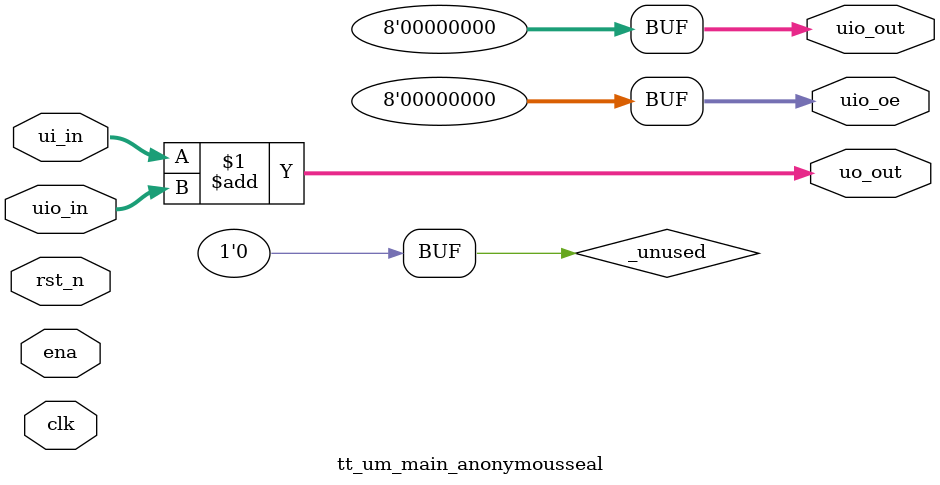
<source format=v>
/*
 * Copyright (c) 2024 Your Name
 * SPDX-License-Identifier: Apache-2.0
 */

`default_nettype none

module tt_um_main_anonymousseal (
    input  wire [7:0] ui_in,    // Dedicated inputs
    output wire [7:0] uo_out,   // Dedicated outputs
    input  wire [7:0] uio_in,   // IOs: Input path
    output wire [7:0] uio_out,  // IOs: Output path
    output wire [7:0] uio_oe,   // IOs: Enable path (active high: 0=input, 1=output)
    input  wire       ena,      // always 1 when the design is powered, so you can ignore it
    input  wire       clk,      // clock
    input  wire       rst_n     // reset_n - low to reset
);

  // All output pins must be assigned. If not used, assign to 0.
  assign uo_out  = ui_in + uio_in;  // Example: ou_out is the sum of ui_in and uio_in
  assign uio_out = 0;
  assign uio_oe  = 0;

  // List all unused inputs to prevent warnings
  wire _unused = &{ena, clk, rst_n, 1'b0};

endmodule

</source>
